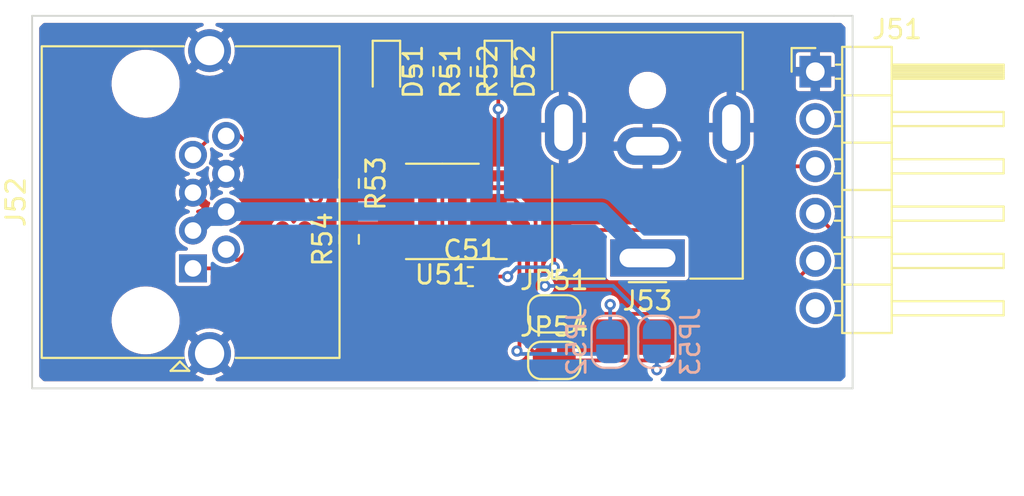
<source format=kicad_pcb>
(kicad_pcb (version 20211014) (generator pcbnew)
  (layers (0 "F.Cu" signal) (31 "B.Cu" signal) (34 "B.Paste" user) (35 "F.Paste" user) (36 "B.SilkS" user "B.Silkscreen") (37 "F.SilkS" user "F.Silkscreen") (38 "B.Mask" user) (39 "F.Mask" user) (44 "Edge.Cuts" user))
  (net 0 "")
  (net 1 "GND")
  (net 2 "+3V3")
  (net 3 "Net-(D51-Pad1)")
  (net 4 "Net-(D52-Pad1)")
  (net 6 "Net-(J51-Pad4)")
  (net 7 "Net-(J51-Pad5)")
  (net 9 "/RX_P")
  (net 10 "/RX_N")
  (net 11 "/Power_in")
  (net 12 "/TX_P")
  (net 13 "/TX_N")
  (net 14 "/COMP_TX")
  (net 15 "/COMP_RX")
  (footprint "LED_SMD:LED_0603_1608Metric_Pad1.05x0.95mm_HandSolder" (layer "F.Cu") (at 61 20 -90)
    (fp_text reference "D51" (at 0 -1.43 90) (layer "F.SilkS"))
    (fp_text value "G")
    (fp_line (start -1.66 -0.735) (end -1.66 0.735) (layer "F.SilkS") (width 0.12))
    (fp_line (start 0.8 -0.735) (end -1.66 -0.735) (layer "F.SilkS") (width 0.12))
    (fp_line (start -1.66 0.735) (end 0.8 0.735) (layer "F.SilkS") (width 0.12))
    (pad "1" smd roundrect (at -0.875 0 270) (size 1.05 0.95) (layers "F.Cu" "F.Paste" "F.Mask") (net 3 "Net-(D51-Pad1)"))
    (pad "2" smd roundrect (at 0.875 0 270) (size 1.05 0.95) (layers "F.Cu" "F.Paste" "F.Mask") (net 2 "+3V3"))
  )
  (footprint "Jumper:SolderJumper-2_P1.3mm_Bridged_RoundedPad1.0x1.5mm" (layer "F.Cu") (at 70 33)
    (fp_text reference "JP51" (at 0 -1.8) (layer "F.SilkS"))
    (fp_text value "SolderJumper_2_Bridged")
    (fp_poly (pts (xy 0.25 -0.3) (xy -0.25 -0.3) (xy -0.25 0.3) (xy 0.25 0.3)) (layer "F.Cu") (width 0) (fill solid))
    (fp_line (start 0.7 1) (end -0.7 1) (layer "F.SilkS") (width 0.12))
    (fp_line (start -0.7 -1) (end 0.7 -1) (layer "F.SilkS") (width 0.12))
    (fp_line (start -1.4 0.3) (end -1.4 -0.3) (layer "F.SilkS") (width 0.12))
    (fp_line (start 1.4 -0.3) (end 1.4 0.3) (layer "F.SilkS") (width 0.12))
    (fp_arc (start 0.7 -1) (mid 1.194975 -0.794975) (end 1.4 -0.3) (layer "F.SilkS") (width 0.12))
    (fp_arc (start -1.4 -0.3) (mid -1.194975 -0.794975) (end -0.7 -1) (layer "F.SilkS") (width 0.12))
    (fp_arc (start 1.4 0.3) (mid 1.194975 0.794975) (end 0.7 1) (layer "F.SilkS") (width 0.12))
    (fp_arc (start -0.7 1) (mid -1.194975 0.794975) (end -1.4 0.3) (layer "F.SilkS") (width 0.12))
    (pad "1" smd custom (at -0.65 0) (size 1 0.5) (layers "F.Cu" "F.Mask") (net 14 "/COMP_TX") (options (clearance outline) (anchor rect)) (primitives (gr_circle (center 0 0.25) (end 0.5 0.25) (width 0) (fill yes)) (gr_circle (center 0 -0.25) (end 0.5 -0.25) (width 0) (fill yes)) (gr_poly (pts (xy 0.5 0.75) (xy 0 0.75) (xy 0 -0.75) (xy 0.5 -0.75)) (width 0) (fill yes))))
    (pad "2" smd custom (at 0.65 0) (size 1 0.5) (layers "F.Cu" "F.Mask") (net 7 "Net-(J51-Pad5)") (options (clearance outline) (anchor rect)) (primitives (gr_circle (center 0 0.25) (end 0.5 0.25) (width 0) (fill yes)) (gr_circle (center 0 -0.25) (end 0.5 -0.25) (width 0) (fill yes)) (gr_poly (pts (xy 0 0.75) (xy -0.5 0.75) (xy -0.5 -0.75) (xy 0 -0.75)) (width 0) (fill yes))))
  )
  (footprint "LED_SMD:LED_0603_1608Metric_Pad1.05x0.95mm_HandSolder" (layer "F.Cu") (at 67 20 -90)
    (fp_text reference "D52" (at 0 -1.43 90) (layer "F.SilkS"))
    (fp_text value "G")
    (fp_line (start -1.66 0.735) (end 0.8 0.735) (layer "F.SilkS") (width 0.12))
    (fp_line (start -1.66 -0.735) (end -1.66 0.735) (layer "F.SilkS") (width 0.12))
    (fp_line (start 0.8 -0.735) (end -1.66 -0.735) (layer "F.SilkS") (width 0.12))
    (pad "1" smd roundrect (at -0.875 0 270) (size 1.05 0.95) (layers "F.Cu" "F.Paste" "F.Mask") (net 4 "Net-(D52-Pad1)"))
    (pad "2" smd roundrect (at 0.875 0 270) (size 1.05 0.95) (layers "F.Cu" "F.Paste" "F.Mask") (net 11 "/Power_in"))
  )
  (footprint "Capacitor_SMD:C_0603_1608Metric" (layer "F.Cu") (at 65.5 31)
    (fp_text reference "C51" (at 0 -1.43) (layer "F.SilkS"))
    (fp_text value "100n")
    (fp_line (start -0.14058 -0.51) (end 0.14058 -0.51) (layer "F.SilkS") (width 0.12))
    (fp_line (start -0.14058 0.51) (end 0.14058 0.51) (layer "F.SilkS") (width 0.12))
    (pad "1" smd roundrect (at -0.775 0) (size 0.9 0.95) (layers "F.Cu" "F.Paste" "F.Mask") (net 1 "GND"))
    (pad "2" smd roundrect (at 0.775 0) (size 0.9 0.95) (layers "F.Cu" "F.Paste" "F.Mask") (net 2 "+3V3"))
  )
  (footprint "Resistor_SMD:R_0603_1608Metric" (layer "F.Cu") (at 63 20 -90)
    (fp_text reference "R51" (at 0 -1.43 90) (layer "F.SilkS"))
    (fp_text value "10")
    (fp_line (start -0.237258 0.5225) (end 0.237258 0.5225) (layer "F.SilkS") (width 0.12))
    (fp_line (start -0.237258 -0.5225) (end 0.237258 -0.5225) (layer "F.SilkS") (width 0.12))
    (pad "1" smd roundrect (at -0.825 0 270) (size 0.8 0.95) (layers "F.Cu" "F.Paste" "F.Mask") (net 3 "Net-(D51-Pad1)"))
    (pad "2" smd roundrect (at 0.825 0 270) (size 0.8 0.95) (layers "F.Cu" "F.Paste" "F.Mask") (net 1 "GND"))
  )
  (footprint "Resistor_SMD:R_0603_1608Metric" (layer "F.Cu") (at 59 29 90)
    (fp_text reference "R54" (at 0 -1.43 90) (layer "F.SilkS"))
    (fp_text value "120")
    (fp_line (start -0.237258 -0.5225) (end 0.237258 -0.5225) (layer "F.SilkS") (width 0.12))
    (fp_line (start -0.237258 0.5225) (end 0.237258 0.5225) (layer "F.SilkS") (width 0.12))
    (pad "1" smd roundrect (at -0.825 0 90) (size 0.8 0.95) (layers "F.Cu" "F.Paste" "F.Mask") (net 9 "/RX_P"))
    (pad "2" smd roundrect (at 0.825 0 90) (size 0.8 0.95) (layers "F.Cu" "F.Paste" "F.Mask") (net 10 "/RX_N"))
  )
  (footprint "Connector_BarrelJack:BarrelJack_CUI_PJ-063AH_Horizontal" (layer "F.Cu") (at 75 30 180)
    (fp_text reference "J53" (at 0 -2.3) (layer "F.SilkS"))
    (fp_text value "Barrel_Jack_MountingPin")
    (fp_line (start -5.11 -1.11) (end -2.3 -1.11) (layer "F.SilkS") (width 0.12))
    (fp_line (start -5.11 12.11) (end -5.11 9.05) (layer "F.SilkS") (width 0.12))
    (fp_line (start 5.11 12.11) (end -5.11 12.11) (layer "F.SilkS") (width 0.12))
    (fp_line (start -1 -1.3) (end 1 -1.3) (layer "F.SilkS") (width 0.12))
    (fp_line (start 5.11 -1.11) (end 5.11 4.95) (layer "F.SilkS") (width 0.12))
    (fp_line (start 2.3 -1.11) (end 5.11 -1.11) (layer "F.SilkS") (width 0.12))
    (fp_line (start -5.11 4.95) (end -5.11 -1.11) (layer "F.SilkS") (width 0.12))
    (fp_line (start 5.11 9.05) (end 5.11 12.11) (layer "F.SilkS") (width 0.12))
    (pad "" np_thru_hole circle (at 0 9 180) (size 1.6 1.6) (drill 1.6) (layers *.Cu *.Mask))
    (pad "1" thru_hole rect (at 0 0 180) (size 4 2) (drill oval 3 1) (layers *.Cu *.Mask) (net 11 "/Power_in"))
    (pad "2" thru_hole oval (at 0 6 180) (size 3.3 2) (drill oval 2.3 1) (layers *.Cu *.Mask) (net 1 "GND"))
    (pad "MP" thru_hole oval (at -4.5 7 180) (size 2 3.5) (drill oval 1 2.5) (layers *.Cu *.Mask) (net 1 "GND"))
    (pad "MP" thru_hole oval (at 4.5 7 180) (size 2 3.5) (drill oval 1 2.5) (layers *.Cu *.Mask) (net 1 "GND"))
  )
  (footprint "Connector_RJ:RJ45_Amphenol_RJHSE5380" (layer "F.Cu") (at 50.625 30.56 90)
    (fp_text reference "J52" (at 3.56 -9.5 90) (layer "F.SilkS"))
    (fp_text value "RJ45_Shielded_Labelled")
    (fp_line (start -5 -0.7) (end -5.5 -0.2) (layer "F.SilkS") (width 0.12))
    (fp_line (start -4.76 -8.11) (end 11.88 -8.11) (layer "F.SilkS") (width 0.12))
    (fp_line (start -4.805 -8.11) (end -4.805 -0.5) (layer "F.SilkS") (width 0.12))
    (fp_line (start -5.5 -1.2) (end -5 -0.7) (layer "F.SilkS") (width 0.12))
    (fp_line (start -5.5 -0.2) (end -5.5 -1.2) (layer "F.SilkS") (width 0.12))
    (fp_line (start 11.925 7.86) (end 11.925 2.3) (layer "F.SilkS") (width 0.12))
    (fp_line (start 11.925 -8.11) (end 11.925 -0.5) (layer "F.SilkS") (width 0.12))
    (fp_line (start -4.805 7.86) (end -4.805 2.3) (layer "F.SilkS") (width 0.12))
    (fp_line (start -4.76 7.86) (end 11.925 7.86) (layer "F.SilkS") (width 0.12))
    (pad "" np_thru_hole circle (at 9.91 -2.54 90) (size 3.25 3.25) (drill 3.25) (layers *.Cu *.Mask))
    (pad "" np_thru_hole circle (at -2.79 -2.54 90) (size 3.25 3.25) (drill 3.25) (layers *.Cu *.Mask))
    (pad "1" thru_hole rect (at 0 0 90) (size 1.5 1.5) (drill 0.89) (layers *.Cu *.Mask) (net 9 "/RX_P"))
    (pad "2" thru_hole circle (at 1.016 1.78 90) (size 1.5 1.5) (drill 0.89) (layers *.Cu *.Mask) (net 10 "/RX_N"))
    (pad "3" thru_hole circle (at 2.032 0 90) (size 1.5 1.5) (drill 0.89) (layers *.Cu *.Mask) (net 11 "/Power_in"))
    (pad "4" thru_hole circle (at 3.048 1.78 90) (size 1.5 1.5) (drill 0.89) (layers *.Cu *.Mask) (net 11 "/Power_in"))
    (pad "5" thru_hole circle (at 4.064 0 90) (size 1.5 1.5) (drill 0.89) (layers *.Cu *.Mask) (net 1 "GND"))
    (pad "6" thru_hole circle (at 5.08 1.78 90) (size 1.5 1.5) (drill 0.89) (layers *.Cu *.Mask) (net 1 "GND"))
    (pad "7" thru_hole circle (at 6.096 0 90) (size 1.5 1.5) (drill 0.89) (layers *.Cu *.Mask) (net 12 "/TX_P"))
    (pad "8" thru_hole circle (at 7.112 1.78 90) (size 1.5 1.5) (drill 0.89) (layers *.Cu *.Mask) (net 13 "/TX_N"))
    (pad "SH" thru_hole circle (at -4.57 0.89 90) (size 2.3 2.3) (drill 1.57) (layers *.Cu *.Mask) (net 1 "GND"))
    (pad "SH" thru_hole circle (at 11.69 0.89 90) (size 2.3 2.3) (drill 1.57) (layers *.Cu *.Mask) (net 1 "GND"))
  )
  (footprint "Resistor_SMD:R_0603_1608Metric" (layer "F.Cu") (at 59 26 -90)
    (fp_text reference "R53" (at 0 -1.43 90) (layer "F.SilkS"))
    (fp_text value "120")
    (fp_line (start -0.237258 -0.5225) (end 0.237258 -0.5225) (layer "F.SilkS") (width 0.12))
    (fp_line (start -0.237258 0.5225) (end 0.237258 0.5225) (layer "F.SilkS") (width 0.12))
    (pad "1" smd roundrect (at -0.825 0 270) (size 0.8 0.95) (layers "F.Cu" "F.Paste" "F.Mask") (net 12 "/TX_P"))
    (pad "2" smd roundrect (at 0.825 0 270) (size 0.8 0.95) (layers "F.Cu" "F.Paste" "F.Mask") (net 13 "/TX_N"))
  )
  (footprint "Connector_PinHeader_2.54mm:PinHeader_1x06_P2.54mm_Horizontal" (layer "F.Cu") (at 84 20)
    (fp_text reference "J51" (at 4.385 -2.27) (layer "F.SilkS"))
    (fp_text value "USB_UART_Header")
    (fp_line (start 1.042929 10.54) (end 1.44 10.54) (layer "F.SilkS") (width 0.12))
    (fp_line (start 10.1 10.54) (end 4.1 10.54) (layer "F.SilkS") (width 0.12))
    (fp_line (start 4.1 4.7) (end 10.1 4.7) (layer "F.SilkS") (width 0.12))
    (fp_line (start 10.1 9.78) (end 10.1 10.54) (layer "F.SilkS") (width 0.12))
    (fp_line (start 1.042929 5.46) (end 1.44 5.46) (layer "F.SilkS") (width 0.12))
    (fp_line (start 4.1 9.78) (end 10.1 9.78) (layer "F.SilkS") (width 0.12))
    (fp_line (start 1.44 8.89) (end 4.1 8.89) (layer "F.SilkS") (width 0.12))
    (fp_line (start 10.1 4.7) (end 10.1 5.46) (layer "F.SilkS") (width 0.12))
    (fp_line (start 1.042929 9.78) (end 1.44 9.78) (layer "F.SilkS") (width 0.12))
    (fp_line (start 1.042929 2.16) (end 1.44 2.16) (layer "F.SilkS") (width 0.12))
    (fp_line (start 4.1 0.28) (end 10.1 0.28) (layer "F.SilkS") (width 0.12))
    (fp_line (start 1.042929 2.92) (end 1.44 2.92) (layer "F.SilkS") (width 0.12))
    (fp_line (start 1.042929 13.08) (end 1.44 13.08) (layer "F.SilkS") (width 0.12))
    (fp_line (start 4.1 -0.32) (end 10.1 -0.32) (layer "F.SilkS") (width 0.12))
    (fp_line (start 1.44 6.35) (end 4.1 6.35) (layer "F.SilkS") (width 0.12))
    (fp_line (start 4.1 14.03) (end 4.1 -1.33) (layer "F.SilkS") (width 0.12))
    (fp_line (start 10.1 2.16) (end 10.1 2.92) (layer "F.SilkS") (width 0.12))
    (fp_line (start -1.27 0) (end -1.27 -1.27) (layer "F.SilkS") (width 0.12))
    (fp_line (start 1.042929 8) (end 1.44 8) (layer "F.SilkS") (width 0.12))
    (fp_line (start 10.1 5.46) (end 4.1 5.46) (layer "F.SilkS") (width 0.12))
    (fp_line (start 10.1 13.08) (end 4.1 13.08) (layer "F.SilkS") (width 0.12))
    (fp_line (start 10.1 7.24) (end 10.1 8) (layer "F.SilkS") (width 0.12))
    (fp_line (start 1.042929 4.7) (end 1.44 4.7) (layer "F.SilkS") (width 0.12))
    (fp_line (start 4.1 2.16) (end 10.1 2.16) (layer "F.SilkS") (width 0.12))
    (fp_line (start 4.1 0.04) (end 10.1 0.04) (layer "F.SilkS") (width 0.12))
    (fp_line (start 4.1 -0.08) (end 10.1 -0.08) (layer "F.SilkS") (width 0.12))
    (fp_line (start 4.1 12.32) (end 10.1 12.32) (layer "F.SilkS") (width 0.12))
    (fp_line (start 4.1 -0.38) (end 10.1 -0.38) (layer "F.SilkS") (width 0.12))
    (fp_line (start 4.1 0.16) (end 10.1 0.16) (layer "F.SilkS") (width 0.12))
    (fp_line (start 1.11 -0.38) (end 1.44 -0.38) (layer "F.SilkS") (width 0.12))
    (fp_line (start 1.44 3.81) (end 4.1 3.81) (layer "F.SilkS") (width 0.12))
    (fp_line (start 1.44 11.43) (end 4.1 11.43) (layer "F.SilkS") (width 0.12))
    (fp_line (start 1.11 0.38) (end 1.44 0.38) (layer "F.SilkS") (width 0.12))
    (fp_line (start 4.1 -0.2) (end 10.1 -0.2) (layer "F.SilkS") (width 0.12))
    (fp_line (start 10.1 8) (end 4.1 8) (layer "F.SilkS") (width 0.12))
    (fp_line (start 10.1 -0.38) (end 10.1 0.38) (layer "F.SilkS") (width 0.12))
    (fp_line (start 4.1 7.24) (end 10.1 7.24) (layer "F.SilkS") (width 0.12))
    (fp_line (start 1.042929 7.24) (end 1.44 7.24) (layer "F.SilkS") (width 0.12))
    (fp_line (start 1.44 -1.33) (end 1.44 14.03) (layer "F.SilkS") (width 0.12))
    (fp_line (start -1.27 -1.27) (end 0 -1.27) (layer "F.SilkS") (width 0.12))
    (fp_line (start 1.44 1.27) (end 4.1 1.27) (layer "F.SilkS") (width 0.12))
    (fp_line (start 10.1 12.32) (end 10.1 13.08) (layer "F.SilkS") (width 0.12))
    (fp_line (start 1.042929 12.32) (end 1.44 12.32) (layer "F.SilkS") (width 0.12))
    (fp_line (start 10.1 0.38) (end 4.1 0.38) (layer "F.SilkS") (width 0.12))
    (fp_line (start 1.44 14.03) (end 4.1 14.03) (layer "F.SilkS") (width 0.12))
    (fp_line (start 4.1 -1.33) (end 1.44 -1.33) (layer "F.SilkS") (width 0.12))
    (fp_line (start 10.1 2.92) (end 4.1 2.92) (layer "F.SilkS") (width 0.12))
    (pad "1" thru_hole rect (at 0 0) (size 1.7 1.7) (drill 1) (layers *.Cu *.Mask) (net 1 "GND"))
    (pad "2" thru_hole oval (at 0 2.54) (size 1.7 1.7) (drill 1) (layers *.Cu *.Mask))
    (pad "3" thru_hole oval (at 0 5.08) (size 1.7 1.7) (drill 1) (layers *.Cu *.Mask) (net 2 "+3V3"))
    (pad "4" thru_hole oval (at 0 7.62) (size 1.7 1.7) (drill 1) (layers *.Cu *.Mask) (net 6 "Net-(J51-Pad4)"))
    (pad "5" thru_hole oval (at 0 10.16) (size 1.7 1.7) (drill 1) (layers *.Cu *.Mask) (net 7 "Net-(J51-Pad5)"))
    (pad "6" thru_hole oval (at 0 12.7) (size 1.7 1.7) (drill 1) (layers *.Cu *.Mask))
  )
  (footprint "Resistor_SMD:R_0603_1608Metric" (layer "F.Cu") (at 65 20 -90)
    (fp_text reference "R52" (at 0 -1.43 90) (layer "F.SilkS"))
    (fp_text value "3.3k")
    (fp_line (start -0.237258 0.5225) (end 0.237258 0.5225) (layer "F.SilkS") (width 0.12))
    (fp_line (start -0.237258 -0.5225) (end 0.237258 -0.5225) (layer "F.SilkS") (width 0.12))
    (pad "1" smd roundrect (at -0.825 0 270) (size 0.8 0.95) (layers "F.Cu" "F.Paste" "F.Mask") (net 4 "Net-(D52-Pad1)"))
    (pad "2" smd roundrect (at 0.825 0 270) (size 0.8 0.95) (layers "F.Cu" "F.Paste" "F.Mask") (net 1 "GND"))
  )
  (footprint "Package_SO:SOIC-8_3.9x4.9mm_P1.27mm" (layer "F.Cu") (at 64 27.5 180)
    (fp_text reference "U51" (at 0 -3.4) (layer "F.SilkS"))
    (fp_text value "MAX3488E")
    (fp_line (start 0 2.56) (end 1.95 2.56) (layer "F.SilkS") (width 0.12))
    (fp_line (start 0 2.56) (end -1.95 2.56) (layer "F.SilkS") (width 0.12))
    (fp_line (start 0 -2.56) (end -3.45 -2.56) (layer "F.SilkS") (width 0.12))
    (fp_line (start 0 -2.56) (end 1.95 -2.56) (layer "F.SilkS") (width 0.12))
    (pad "1" smd roundrect (at -2.475 -1.905 180) (size 1.95 0.6) (layers "F.Cu" "F.Paste" "F.Mask") (net 2 "+3V3"))
    (pad "2" smd roundrect (at -2.475 -0.635 180) (size 1.95 0.6) (layers "F.Cu" "F.Paste" "F.Mask") (net 15 "/COMP_RX"))
    (pad "3" smd roundrect (at -2.475 0.635 180) (size 1.95 0.6) (layers "F.Cu" "F.Paste" "F.Mask") (net 14 "/COMP_TX"))
    (pad "4" smd roundrect (at -2.475 1.905 180) (size 1.95 0.6) (layers "F.Cu" "F.Paste" "F.Mask") (net 1 "GND"))
    (pad "5" smd roundrect (at 2.475 1.905 180) (size 1.95 0.6) (layers "F.Cu" "F.Paste" "F.Mask") (net 12 "/TX_P"))
    (pad "6" smd roundrect (at 2.475 0.635 180) (size 1.95 0.6) (layers "F.Cu" "F.Paste" "F.Mask") (net 13 "/TX_N"))
    (pad "7" smd roundrect (at 2.475 -0.635 180) (size 1.95 0.6) (layers "F.Cu" "F.Paste" "F.Mask") (net 10 "/RX_N"))
    (pad "8" smd roundrect (at 2.475 -1.905 180) (size 1.95 0.6) (layers "F.Cu" "F.Paste" "F.Mask") (net 9 "/RX_P"))
  )
  (footprint "Jumper:SolderJumper-2_P1.3mm_Bridged_RoundedPad1.0x1.5mm" (layer "F.Cu") (at 70 35.5)
    (fp_text reference "JP54" (at 0 -1.8) (layer "F.SilkS"))
    (fp_text value "SolderJumper_2_Bridged")
    (fp_poly (pts (xy 0.25 -0.3) (xy -0.25 -0.3) (xy -0.25 0.3) (xy 0.25 0.3)) (layer "F.Cu") (width 0) (fill solid))
    (fp_line (start -1.4 0.3) (end -1.4 -0.3) (layer "F.SilkS") (width 0.12))
    (fp_line (start 0.7 1) (end -0.7 1) (layer "F.SilkS") (width 0.12))
    (fp_line (start 1.4 -0.3) (end 1.4 0.3) (layer "F.SilkS") (width 0.12))
    (fp_line (start -0.7 -1) (end 0.7 -1) (layer "F.SilkS") (width 0.12))
    (fp_arc (start -0.7 1) (mid -1.194975 0.794975) (end -1.4 0.3) (layer "F.SilkS") (width 0.12))
    (fp_arc (start -1.4 -0.3) (mid -1.194975 -0.794975) (end -0.7 -1) (layer "F.SilkS") (width 0.12))
    (fp_arc (start 0.7 -1) (mid 1.194975 -0.794975) (end 1.4 -0.3) (layer "F.SilkS") (width 0.12))
    (fp_arc (start 1.4 0.3) (mid 1.194975 0.794975) (end 0.7 1) (layer "F.SilkS") (width 0.12))
    (pad "1" smd custom (at -0.65 0) (size 1 0.5) (layers "F.Cu" "F.Mask") (net 15 "/COMP_RX") (options (clearance outline) (anchor rect)) (primitives (gr_circle (center 0 0.25) (end 0.5 0.25) (width 0) (fill yes)) (gr_circle (center 0 -0.25) (end 0.5 -0.25) (width 0) (fill yes)) (gr_poly (pts (xy 0.5 0.75) (xy 0 0.75) (xy 0 -0.75) (xy 0.5 -0.75)) (width 0) (fill yes))))
    (pad "2" smd custom (at 0.65 0) (size 1 0.5) (layers "F.Cu" "F.Mask") (net 6 "Net-(J51-Pad4)") (options (clearance outline) (anchor rect)) (primitives (gr_circle (center 0 0.25) (end 0.5 0.25) (width 0) (fill yes)) (gr_circle (center 0 -0.25) (end 0.5 -0.25) (width 0) (fill yes)) (gr_poly (pts (xy 0 0.75) (xy -0.5 0.75) (xy -0.5 -0.75) (xy 0 -0.75)) (width 0) (fill yes))))
  )
  (footprint "Jumper:SolderJumper-2_P1.3mm_Open_RoundedPad1.0x1.5mm" (layer "B.Cu") (at 75.5 34.5 90)
    (fp_text reference "JP53" (at 0 1.8 90) (layer "B.SilkS") (effects (justify mirror)))
    (fp_text value "SolderJumper_2_Open")
    (fp_line (start -1.4 -0.3) (end -1.4 0.3) (layer "B.SilkS") (width 0.12))
    (fp_line (start 0.7 -1) (end -0.7 -1) (layer "B.SilkS") (width 0.12))
    (fp_line (start -0.7 1) (end 0.7 1) (layer "B.SilkS") (width 0.12))
    (fp_line (start 1.4 0.3) (end 1.4 -0.3) (layer "B.SilkS") (width 0.12))
    (fp_arc (start -1.4 -0.3) (mid -1.194975 -0.794975) (end -0.7 -1) (layer "B.SilkS") (width 0.12))
    (fp_arc (start 1.4 0.3) (mid 1.194975 0.794975) (end 0.7 1) (layer "B.SilkS") (width 0.12))
    (fp_arc (start -0.7 1) (mid -1.194975 0.794975) (end -1.4 0.3) (layer "B.SilkS") (width 0.12))
    (fp_arc (start 0.7 -1) (mid 1.194975 -0.794975) (end 1.4 -0.3) (layer "B.SilkS") (width 0.12))
    (pad "1" smd custom (at -0.65 0 90) (size 1 0.5) (layers "B.Cu" "B.Mask") (net 6 "Net-(J51-Pad4)") (options (clearance outline) (anchor rect)) (primitives (gr_circle (center 0 -0.25) (end 0.5 -0.25) (width 0) (fill yes)) (gr_circle (center 0 0.25) (end 0.5 0.25) (width 0) (fill yes)) (gr_poly (pts (xy 0.5 -0.75) (xy 0 -0.75) (xy 0 0.75) (xy 0.5 0.75)) (width 0) (fill yes))))
    (pad "2" smd custom (at 0.65 0 90) (size 1 0.5) (layers "B.Cu" "B.Mask") (net 14 "/COMP_TX") (options (clearance outline) (anchor rect)) (primitives (gr_circle (center 0 -0.25) (end 0.5 -0.25) (width 0) (fill yes)) (gr_circle (center 0 0.25) (end 0.5 0.25) (width 0) (fill yes)) (gr_poly (pts (xy 0 -0.75) (xy -0.5 -0.75) (xy -0.5 0.75) (xy 0 0.75)) (width 0) (fill yes))))
  )
  (footprint "Jumper:SolderJumper-2_P1.3mm_Open_RoundedPad1.0x1.5mm" (layer "B.Cu") (at 73 34.5 -90)
    (fp_text reference "JP52" (at 0 1.8 90) (layer "B.SilkS") (effects (justify mirror)))
    (fp_text value "SolderJumper_2_Open")
    (fp_line (start 1.4 0.3) (end 1.4 -0.3) (layer "B.SilkS") (width 0.12))
    (fp_line (start -0.7 1) (end 0.7 1) (layer "B.SilkS") (width 0.12))
    (fp_line (start 0.7 -1) (end -0.7 -1) (layer "B.SilkS") (width 0.12))
    (fp_line (start -1.4 -0.3) (end -1.4 0.3) (layer "B.SilkS") (width 0.12))
    (fp_arc (start 0.7 -1) (mid 1.194975 -0.794975) (end 1.4 -0.3) (layer "B.SilkS") (width 0.12))
    (fp_arc (start -1.4 -0.3) (mid -1.194975 -0.794975) (end -0.7 -1) (layer "B.SilkS") (width 0.12))
    (fp_arc (start -0.7 1) (mid -1.194975 0.794975) (end -1.4 0.3) (layer "B.SilkS") (width 0.12))
    (fp_arc (start 1.4 0.3) (mid 1.194975 0.794975) (end 0.7 1) (layer "B.SilkS") (width 0.12))
    (pad "1" smd custom (at -0.65 0 270) (size 1 0.5) (layers "B.Cu" "B.Mask") (net 7 "Net-(J51-Pad5)") (options (clearance outline) (anchor rect)) (primitives (gr_circle (center 0 -0.25) (end 0.5 -0.25) (width 0) (fill yes)) (gr_circle (center 0 0.25) (end 0.5 0.25) (width 0) (fill yes)) (gr_poly (pts (xy 0.5 -0.75) (xy 0 -0.75) (xy 0 0.75) (xy 0.5 0.75)) (width 0) (fill yes))))
    (pad "2" smd custom (at 0.65 0 270) (size 1 0.5) (layers "B.Cu" "B.Mask") (net 15 "/COMP_RX") (options (clearance outline) (anchor rect)) (primitives (gr_circle (center 0 -0.25) (end 0.5 -0.25) (width 0) (fill yes)) (gr_circle (center 0 0.25) (end 0.5 0.25) (width 0) (fill yes)) (gr_poly (pts (xy 0 -0.75) (xy -0.5 -0.75) (xy -0.5 0.75) (xy 0 0.75)) (width 0) (fill yes))))
  )
  (gr_line (start 42 37) (end 42 17) (layer "Edge.Cuts") (width 0.1))
  (gr_line (start 42 17) (end 85 17) (layer "Edge.Cuts") (width 0.1))
  (gr_line (start 86 37) (end 42 37) (layer "Edge.Cuts") (width 0.1))
  (gr_line (start 85 17) (end 86 17) (layer "Edge.Cuts") (width 0.1))
  (gr_line (start 86 17) (end 86 37) (layer "Edge.Cuts") (width 0.1))
  (segment (start 64 28.5) (end 64 25.5) (width 0.2) (layer "F.Cu") (net 2))
  (segment (start 70 29.5) (end 70 30.5) (width 0.2) (layer "F.Cu") (net 2))
  (segment (start 66.275 31) (end 67.5 31) (width 0.2) (layer "F.Cu") (net 2))
  (segment (start 82 26) (end 82 27.5) (width 0.2) (layer "F.Cu") (net 2))
  (segment (start 66.275 31) (end 66.275 29.605) (width 0.2) (layer "F.Cu") (net 2))
  (segment (start 66.275 29.605) (end 66.475 29.405) (width 0.2) (layer "F.Cu") (net 2))
  (segment (start 64.905 29.405) (end 64 28.5) (width 0.2) (layer "F.Cu") (net 2))
  (segment (start 64 25.5) (end 61 22.5) (width 0.2) (layer "F.Cu") (net 2))
  (segment (start 84 25.08) (end 82.92 25.08) (width 0.2) (layer "F.Cu") (net 2))
  (segment (start 81 28.5) (end 71 28.5) (width 0.2) (layer "F.Cu") (net 2))
  (segment (start 82.92 25.08) (end 82 26) (width 0.2) (layer "F.Cu") (net 2))
  (segment (start 71 28.5) (end 70 29.5) (width 0.2) (layer "F.Cu") (net 2))
  (segment (start 82 27.5) (end 81 28.5) (width 0.2) (layer "F.Cu") (net 2))
  (segment (start 66.475 29.405) (end 64.905 29.405) (width 0.2) (layer "F.Cu") (net 2))
  (segment (start 61 22.5) (end 61 20.875) (width 0.2) (layer "F.Cu") (net 2))
  (via (at 67.5 31) (size 0.6) (drill 0.3) (layers "F.Cu" "B.Cu") (net 2))
  (via (at 70 30.5) (size 0.6) (drill 0.3) (layers "F.Cu" "B.Cu") (net 2))
  (segment (start 68 30.5) (end 70 30.5) (width 0.2) (layer "B.Cu") (net 2))
  (segment (start 67.5 31) (end 68 30.5) (width 0.2) (layer "B.Cu") (net 2))
  (segment (start 61 19.125) (end 62.95 19.125) (width 0.2) (layer "F.Cu") (net 3))
  (segment (start 62.95 19.125) (end 63 19.175) (width 0.2) (layer "F.Cu") (net 3))
  (segment (start 67 19.125) (end 65.05 19.125) (width 0.2) (layer "F.Cu") (net 4))
  (segment (start 65.05 19.125) (end 65 19.175) (width 0.2) (layer "F.Cu") (net 4))
  (segment (start 75.5 36) (end 75.5 35.5) (width 0.2) (layer "F.Cu") (net 6))
  (segment (start 70.65 35.5) (end 75.5 35.5) (width 0.2) (layer "F.Cu") (net 6))
  (segment (start 79.574345 35.5) (end 83.574345 31.5) (width 0.2) (layer "F.Cu") (net 6))
  (segment (start 75.5 35.5) (end 79.574345 35.5) (width 0.2) (layer "F.Cu") (net 6))
  (segment (start 85.149511 30.636144) (end 85.149511 28.769511) (width 0.2) (layer "F.Cu") (net 6))
  (segment (start 85.149511 28.769511) (end 84 27.62) (width 0.2) (layer "F.Cu") (net 6))
  (segment (start 83.574345 31.5) (end 84.285655 31.5) (width 0.2) (layer "F.Cu") (net 6))
  (segment (start 84.285655 31.5) (end 85.149511 30.636144) (width 0.2) (layer "F.Cu") (net 6))
  (via (at 75.5 36) (size 0.6) (drill 0.3) (layers "F.Cu" "B.Cu") (net 6))
  (segment (start 75.5 35.15) (end 75.5 36) (width 0.2) (layer "B.Cu") (net 6))
  (segment (start 73 32.5) (end 73 33) (width 0.2) (layer "F.Cu") (net 7))
  (segment (start 81.16 33) (end 73 33) (width 0.2) (layer "F.Cu") (net 7))
  (segment (start 73 33) (end 70.65 33) (width 0.2) (layer "F.Cu") (net 7))
  (segment (start 84 30.16) (end 81.16 33) (width 0.2) (layer "F.Cu") (net 7))
  (via (at 73 32.5) (size 0.6) (drill 0.3) (layers "F.Cu" "B.Cu") (net 7))
  (segment (start 73 33.85) (end 73 32.5) (width 0.2) (layer "B.Cu") (net 7))
  (segment (start 51.936766 30.56) (end 51.970277 30.593511) (width 0.2) (layer "F.Cu") (net 9))
  (segment (start 54.5932 29.225) (end 58.400001 29.225001) (width 0.2) (layer "F.Cu") (net 9))
  (segment (start 53.2582 30.56) (end 54.5932 29.225) (width 0.2) (layer "F.Cu") (net 9))
  (segment (start 51.970277 30.593511) (end 52.839723 30.593511) (width 0.2) (layer "F.Cu") (net 9))
  (segment (start 58.400001 29.225001) (end 59 29.825) (width 0.2) (layer "F.Cu") (net 9))
  (segment (start 52.839723 30.593511) (end 52.873234 30.56) (width 0.2) (layer "F.Cu") (net 9))
  (segment (start 52.873234 30.56) (end 53.2582 30.56) (width 0.2) (layer "F.Cu") (net 9))
  (segment (start 59.42 29.405) (end 59 29.825) (width 0.2) (layer "F.Cu") (net 9))
  (segment (start 50.625 30.56) (end 51.936766 30.56) (width 0.2) (layer "F.Cu") (net 9))
  (segment (start 61.525 29.405) (end 59.42 29.405) (width 0.2) (layer "F.Cu") (net 9))
  (segment (start 59.04 28.135) (end 59 28.175) (width 0.2) (layer "F.Cu") (net 10))
  (segment (start 54.4068 28.775) (end 53.071801 30.109999) (width 0.2) (layer "F.Cu") (net 10))
  (segment (start 56.325 28.424146) (end 56.324999 28.424147) (width 0.2) (layer "F.Cu") (net 10))
  (segment (start 59 28.175) (end 58.400001 28.774999) (width 0.2) (layer "F.Cu") (net 10))
  (segment (start 55.124999 28.424147) (end 55.124999 28.474998) (width 0.2) (layer "F.Cu") (net 10))
  (segment (start 52.970999 30.109999) (end 52.405 29.544) (width 0.2) (layer "F.Cu") (net 10))
  (segment (start 55.125 28.424146) (end 55.124999 28.424147) (width 0.2) (layer "F.Cu") (net 10))
  (segment (start 55.725 28.475) (end 55.725 28.474999) (width 0.2) (layer "F.Cu") (net 10))
  (segment (start 56.925 28.474999) (end 56.924999 28.424147) (width 0.2) (layer "F.Cu") (net 10))
  (segment (start 58.400001 28.774999) (end 57.225001 28.774999) (width 0.2) (layer "F.Cu") (net 10))
  (segment (start 61.525 28.135) (end 59.04 28.135) (width 0.2) (layer "F.Cu") (net 10))
  (segment (start 56.025 28.774999) (end 56.024999 28.774999) (width 0.2) (layer "F.Cu") (net 10))
  (segment (start 56.324999 28.424147) (end 56.324999 28.474998) (width 0.2) (layer "F.Cu") (net 10))
  (segment (start 53.071801 30.109999) (end 52.970999 30.109999) (width 0.2) (layer "F.Cu") (net 10))
  (segment (start 56.024999 28.774999) (end 56.025001 28.774999) (width 0.2) (layer "F.Cu") (net 10))
  (segment (start 54.824999 28.774999) (end 54.4068 28.775) (width 0.2) (layer "F.Cu") (net 10))
  (segment (start 56.925 28.475) (end 56.925 28.474999) (width 0.2) (layer "F.Cu") (net 10))
  (segment (start 55.725 28.474999) (end 55.724999 28.424147) (width 0.2) (layer "F.Cu") (net 10))
  (segment (start 54.825 28.774999) (end 54.824999 28.774999) (width 0.2) (layer "F.Cu") (net 10))
  (arc (start 56.025001 28.774999) (mid 55.812869 28.687132) (end 55.725 28.475) (width 0.2) (layer "F.Cu") (net 10))
  (arc (start 55.124999 28.474998) (mid 55.037132 28.68713) (end 54.825 28.774999) (width 0.2) (layer "F.Cu") (net 10))
  (arc (start 56.324999 28.474998) (mid 56.237132 28.68713) (end 56.025 28.774999) (width 0.2) (layer "F.Cu") (net 10))
  (arc (start 55.424999 28.124147) (mid 55.212868 28.212015) (end 55.125 28.424146) (width 0.2) (layer "F.Cu") (net 10))
  (arc (start 56.924999 28.424147) (mid 56.837131 28.212015) (end 56.624999 28.124147) (width 0.2) (layer "F.Cu") (net 10))
  (arc (start 56.624999 28.124147) (mid 56.412868 28.212015) (end 56.325 28.424146) (width 0.2) (layer "F.Cu") (net 10))
  (arc (start 55.724999 28.424147) (mid 55.637131 28.212015) (end 55.424999 28.124147) (width 0.2) (layer "F.Cu") (net 10))
  (arc (start 57.225001 28.774999) (mid 57.012869 28.687132) (end 56.925 28.475) (width 0.2) (layer "F.Cu") (net 10))
  (segment (start 67 20.875) (end 67 22) (width 0.2) (layer "F.Cu") (net 11))
  (via (at 67 22) (size 0.6) (drill 0.3) (layers "F.Cu" "B.Cu") (net 11))
  (segment (start 67 22) (end 67 27.5) (width 0.2) (layer "B.Cu") (net 11))
  (segment (start 52.139 27.778) (end 52.405 27.512) (width 1) (layer "B.Cu") (net 11))
  (segment (start 67 27.5) (end 66.988 27.512) (width 0.2) (layer "B.Cu") (net 11))
  (segment (start 52.405 27.512) (end 66.988 27.512) (width 1) (layer "B.Cu") (net 11))
  (segment (start 50.625 28.528) (end 51.375 27.778) (width 1) (layer "B.Cu") (net 11))
  (segment (start 51.375 27.778) (end 52.139 27.778) (width 1) (layer "B.Cu") (net 11))
  (segment (start 72.512 27.512) (end 75 30) (width 1) (layer "B.Cu") (net 11))
  (segment (start 66.988 27.512) (end 72.512 27.512) (width 1) (layer "B.Cu") (net 11))
  (segment (start 52.839723 22.398489) (end 53.454511 23.013277) (width 0.2) (layer "F.Cu") (net 12))
  (segment (start 53.454511 23.013277) (end 53.454511 23.136311) (width 0.2) (layer "F.Cu") (net 12))
  (segment (start 51.355489 23.013277) (end 51.970277 22.398489) (width 0.2) (layer "F.Cu") (net 12))
  (segment (start 51.355489 23.733511) (end 51.355489 23.013277) (width 0.2) (layer "F.Cu") (net 12))
  (segment (start 53.454511 23.136311) (end 56.093199 25.774999) (width 0.2) (layer "F.Cu") (net 12))
  (segment (start 51.970277 22.398489) (end 52.839723 22.398489) (width 0.2) (layer "F.Cu") (net 12))
  (segment (start 61.525 25.595) (end 59.42 25.595) (width 0.2) (layer "F.Cu") (net 12))
  (segment (start 50.625 24.464) (end 51.355489 23.733511) (width 0.2) (layer "F.Cu") (net 12))
  (segment (start 58.400001 25.774999) (end 59 25.175) (width 0.2) (layer "F.Cu") (net 12))
  (segment (start 59.42 25.595) (end 59 25.175) (width 0.2) (layer "F.Cu") (net 12))
  (segment (start 56.093199 25.774999) (end 58.400001 25.774999) (width 0.2) (layer "F.Cu") (net 12))
  (segment (start 55.787955 26.106155) (end 55.787956 26.106156) (width 0.2) (layer "F.Cu") (net 13))
  (segment (start 57.856801 26.225001) (end 58.400001 26.225001) (width 0.2) (layer "F.Cu") (net 13))
  (segment (start 58.400001 26.225001) (end 59 26.825) (width 0.2) (layer "F.Cu") (net 13))
  (segment (start 55.906801 26.225001) (end 56.606801 26.225001) (width 0.2) (layer "F.Cu") (net 13))
  (segment (start 55.20663 26.263217) (end 55.363691 26.106155) (width 0.2) (layer "F.Cu") (net 13))
  (segment (start 52.405 23.320397) (end 52.535007 23.19039) (width 0.2) (layer "F.Cu") (net 13))
  (segment (start 54.090899 24.833365) (end 54.0909 24.833364) (width 0.2) (layer "F.Cu") (net 13))
  (segment (start 55.787956 26.106156) (end 55.906801 26.225001) (width 0.2) (layer "F.Cu") (net 13))
  (segment (start 54.0909 24.833364) (end 53.933838 24.990425) (width 0.2) (layer "F.Cu") (net 13))
  (segment (start 59.04 26.865) (end 59 26.825) (width 0.2) (layer "F.Cu") (net 13))
  (segment (start 56.906801 26.525001) (end 56.906801 26.74712) (width 0.2) (layer "F.Cu") (net 13))
  (segment (start 61.525 26.865) (end 59.04 26.865) (width 0.2) (layer "F.Cu") (net 13))
  (segment (start 54.939428 25.681892) (end 54.782366 25.838953) (width 0.2) (layer "F.Cu") (net 13))
  (segment (start 57.506801 26.74712) (end 57.506801 26.525001) (width 0.2) (layer "F.Cu") (net 13))
  (segment (start 52.87219 23.19039) (end 54.0909 24.4091) (width 0.2) (layer "F.Cu") (net 13))
  (segment (start 55.206631 26.263216) (end 55.20663 26.263217) (width 0.2) (layer "F.Cu") (net 13))
  (segment (start 57.806801 26.225001) (end 57.856801 26.225001) (width 0.2) (layer "F.Cu") (net 13))
  (segment (start 54.358102 25.414689) (end 54.515163 25.257627) (width 0.2) (layer "F.Cu") (net 13))
  (segment (start 54.939427 25.681893) (end 54.939428 25.681892) (width 0.2) (layer "F.Cu") (net 13))
  (segment (start 54.358103 25.414688) (end 54.358102 25.414689) (width 0.2) (layer "F.Cu") (net 13))
  (segment (start 52.535007 23.19039) (end 52.87219 23.19039) (width 0.2) (layer "F.Cu") (net 13))
  (segment (start 54.939427 25.257627) (end 54.939428 25.257628) (width 0.2) (layer "F.Cu") (net 13))
  (segment (start 52.405 23.448) (end 52.405 23.320397) (width 0.2) (layer "F.Cu") (net 13))
  (arc (start 55.363691 26.106155) (mid 55.575823 26.018287) (end 55.787955 26.106155) (width 0.2) (layer "F.Cu") (net 13))
  (arc (start 56.606801 26.225001) (mid 56.818933 26.312869) (end 56.906801 26.525001) (width 0.2) (layer "F.Cu") (net 13))
  (arc (start 54.939428 25.257628) (mid 55.027296 25.469761) (end 54.939427 25.681893) (width 0.2) (layer "F.Cu") (net 13))
  (arc (start 53.933838 25.414689) (mid 54.145971 25.502557) (end 54.358103 25.414688) (width 0.2) (layer "F.Cu") (net 13))
  (arc (start 54.782366 26.263217) (mid 54.994499 26.351085) (end 55.206631 26.263216) (width 0.2) (layer "F.Cu") (net 13))
  (arc (start 54.515163 25.257627) (mid 54.727295 25.169759) (end 54.939427 25.257627) (width 0.2) (layer "F.Cu") (net 13))
  (arc (start 57.206801 27.04712) (mid 57.418933 26.959252) (end 57.506801 26.74712) (width 0.2) (layer "F.Cu") (net 13))
  (arc (start 54.0909 24.4091) (mid 54.178768 24.621233) (end 54.090899 24.833365) (width 0.2) (layer "F.Cu") (net 13))
  (arc (start 57.506801 26.525001) (mid 57.594669 26.312869) (end 57.806801 26.225001) (width 0.2) (layer "F.Cu") (net 13))
  (arc (start 53.933838 24.990425) (mid 53.84597 25.202557) (end 53.933838 25.414689) (width 0.2) (layer "F.Cu") (net 13))
  (arc (start 54.782366 25.838953) (mid 54.694498 26.051085) (end 54.782366 26.263217) (width 0.2) (layer "F.Cu") (net 13))
  (arc (start 56.906801 26.74712) (mid 56.994669 26.959252) (end 57.206801 27.04712) (width 0.2) (layer "F.Cu") (net 13))
  (segment (start 69.35 33) (end 69 32.65) (width 0.2) (layer "F.Cu") (net 14))
  (segment (start 69 28) (end 67.865 26.865) (width 0.2) (layer "F.Cu") (net 14))
  (segment (start 69 31.5) (end 69 28) (width 0.2) (layer "F.Cu") (net 14))
  (segment (start 69 32.65) (end 69 31.5) (width 0.2) (layer "F.Cu") (net 14))
  (segment (start 67.865 26.865) (end 66.475 26.865) (width 0.2) (layer "F.Cu") (net 14))
  (segment (start 69.5 31.5) (end 69 31.5) (width 0.2) (layer "F.Cu") (net 14))
  (via (at 69.5 31.5) (size 0.6) (drill 0.3) (layers "F.Cu" "B.Cu") (net 14))
  (segment (start 75.5 33.85) (end 73.15 31.5) (width 0.2) (layer "B.Cu") (net 14))
  (segment (start 73.15 31.5) (end 69.5 31.5) (width 0.2) (layer "B.Cu") (net 14))
  (segment (start 68.135 34.285) (end 68.135 34.865) (width 0.2) (layer "F.Cu") (net 15))
  (segment (start 67.27 28.135) (end 68.135 29) (width 0.2) (layer "F.Cu") (net 15))
  (segment (start 68.135 34.285) (end 69.35 35.5) (width 0.2) (layer "F.Cu") (net 15))
  (segment (start 66.475 28.135) (end 67.27 28.135) (width 0.2) (layer "F.Cu") (net 15))
  (segment (start 68.135 29) (end 68.135 34.285) (width 0.2) (layer "F.Cu") (net 15))
  (segment (start 68.135 34.865) (end 68 35) (width 0.2) (layer "F.Cu") (net 15))
  (via (at 68 35) (size 0.6) (drill 0.3) (layers "F.Cu" "B.Cu") (net 15))
  (segment (start 68.15 35.15) (end 68 35) (width 0.2) (layer "B.Cu") (net 15))
  (segment (start 73 35.15) (end 68.15 35.15) (width 0.2) (layer "B.Cu") (net 15))
  (zone (net 1) (net_name "GND") (layers F&B.Cu) (connect_pads (clearance 0.2)) (min_thickness 0.2) (fill yes (thermal_gap 0.2) (thermal_bridge_width 0.5) (smoothing chamfer) (radius 1))
    (polygon (pts (xy 86 37) (xy 42 37) (xy 42 17) (xy 86 17)))
  )
)
</source>
